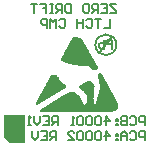
<source format=gbo>
G04*
G04 #@! TF.GenerationSoftware,Altium Limited,Altium Designer,20.2.6 (244)*
G04*
G04 Layer_Color=32896*
%FSLAX25Y25*%
%MOIN*%
G70*
G04*
G04 #@! TF.SameCoordinates,57C3D2B1-0C05-4810-AB6C-AC3BEF56B978*
G04*
G04*
G04 #@! TF.FilePolarity,Positive*
G04*
G01*
G75*
%ADD11C,0.00500*%
%ADD31C,0.00100*%
G36*
X696760Y843326D02*
X691729D01*
X689798Y845370D01*
X689760Y852705D01*
X696760Y852705D01*
X696760Y843326D01*
D02*
G37*
D11*
X727360Y876226D02*
G03*
X727360Y876226I-3500J0D01*
G01*
X721602Y873631D02*
X725926Y878826D01*
X725260Y884825D02*
Y881826D01*
X723261D01*
X722261Y884825D02*
X720262D01*
X721261D01*
Y881826D01*
X717263Y884325D02*
X717762Y884825D01*
X718762D01*
X719262Y884325D01*
Y882326D01*
X718762Y881826D01*
X717762D01*
X717263Y882326D01*
X716263Y884825D02*
Y881826D01*
Y883325D01*
X714264D01*
Y884825D01*
Y881826D01*
X708265Y884325D02*
X708765Y884825D01*
X709765D01*
X710265Y884325D01*
Y882326D01*
X709765Y881826D01*
X708765D01*
X708265Y882326D01*
X707266Y881826D02*
Y884825D01*
X706266Y883825D01*
X705267Y884825D01*
Y881826D01*
X704267D02*
Y884825D01*
X702767D01*
X702267Y884325D01*
Y883325D01*
X702767Y882825D01*
X704267D01*
X727260Y889825D02*
X725261D01*
Y889325D01*
X727260Y887326D01*
Y886826D01*
X725261D01*
X722262Y889825D02*
X724261D01*
Y886826D01*
X722262D01*
X724261Y888325D02*
X723261D01*
X721262Y886826D02*
Y889825D01*
X719762D01*
X719263Y889325D01*
Y888325D01*
X719762Y887825D01*
X721262D01*
X720262D02*
X719263Y886826D01*
X716763Y889825D02*
X717763D01*
X718263Y889325D01*
Y887326D01*
X717763Y886826D01*
X716763D01*
X716264Y887326D01*
Y889325D01*
X716763Y889825D01*
X712265D02*
Y886826D01*
X710765D01*
X710265Y887326D01*
Y889325D01*
X710765Y889825D01*
X712265D01*
X709266Y886826D02*
Y889825D01*
X707766D01*
X707267Y889325D01*
Y888325D01*
X707766Y887825D01*
X709266D01*
X708266D02*
X707267Y886826D01*
X706267Y889825D02*
X705267D01*
X705767D01*
Y886826D01*
X706267D01*
X705267D01*
X701768Y889825D02*
X703768D01*
Y888325D01*
X702768D01*
X703768D01*
Y886826D01*
X700769Y889825D02*
X698769D01*
X699769D01*
Y886826D01*
X725898Y876335D02*
X724612D01*
X724184Y876478D01*
X724041Y876621D01*
X723898Y876906D01*
Y877335D01*
X724041Y877621D01*
X724184Y877763D01*
X724612Y877906D01*
X725898D01*
Y874907D01*
X723227Y877906D02*
Y874907D01*
Y876478D02*
X722941Y876764D01*
X722656Y876906D01*
X722227D01*
X721942Y876764D01*
X721656Y876478D01*
X721513Y876049D01*
Y875764D01*
X721656Y875335D01*
X721942Y875050D01*
X722227Y874907D01*
X722656D01*
X722941Y875050D01*
X723227Y875335D01*
X736760Y849326D02*
Y852325D01*
X735260D01*
X734761Y851825D01*
Y850825D01*
X735260Y850325D01*
X736760D01*
X731762Y851825D02*
X732261Y852325D01*
X733261D01*
X733761Y851825D01*
Y849826D01*
X733261Y849326D01*
X732261D01*
X731762Y849826D01*
X730762Y852325D02*
Y849326D01*
X729262D01*
X728763Y849826D01*
Y850325D01*
X729262Y850825D01*
X730762D01*
X729262D01*
X728763Y851325D01*
Y851825D01*
X729262Y852325D01*
X730762D01*
X727763Y851325D02*
X727263D01*
Y850825D01*
X727763D01*
Y851325D01*
Y849826D02*
X727263D01*
Y849326D01*
X727763D01*
Y849826D01*
X723764Y849326D02*
Y852325D01*
X725264Y850825D01*
X723264D01*
X722265Y851825D02*
X721765Y852325D01*
X720765D01*
X720265Y851825D01*
Y849826D01*
X720765Y849326D01*
X721765D01*
X722265Y849826D01*
Y851825D01*
X719266D02*
X718766Y852325D01*
X717766D01*
X717266Y851825D01*
Y849826D01*
X717766Y849326D01*
X718766D01*
X719266Y849826D01*
Y851825D01*
X716267D02*
X715767Y852325D01*
X714767D01*
X714267Y851825D01*
Y849826D01*
X714767Y849326D01*
X715767D01*
X716267Y849826D01*
Y851825D01*
X713268Y849326D02*
X712268D01*
X712768D01*
Y852325D01*
X713268Y851825D01*
X707769Y849326D02*
Y852325D01*
X706270D01*
X705770Y851825D01*
Y850825D01*
X706270Y850325D01*
X707769D01*
X706770D02*
X705770Y849326D01*
X702771Y852325D02*
X704770D01*
Y849326D01*
X702771D01*
X704770Y850825D02*
X703771D01*
X701771Y852325D02*
Y850325D01*
X700772Y849326D01*
X699772Y850325D01*
Y852325D01*
X698772Y849326D02*
X697773D01*
X698273D01*
Y852325D01*
X698772Y851825D01*
X736760Y844326D02*
Y847325D01*
X735260D01*
X734761Y846825D01*
Y845825D01*
X735260Y845325D01*
X736760D01*
X731762Y846825D02*
X732261Y847325D01*
X733261D01*
X733761Y846825D01*
Y844826D01*
X733261Y844326D01*
X732261D01*
X731762Y844826D01*
X730762Y844326D02*
Y846325D01*
X729762Y847325D01*
X728763Y846325D01*
Y844326D01*
Y845825D01*
X730762D01*
X727763Y846325D02*
X727263D01*
Y845825D01*
X727763D01*
Y846325D01*
Y844826D02*
X727263D01*
Y844326D01*
X727763D01*
Y844826D01*
X723764Y844326D02*
Y847325D01*
X725264Y845825D01*
X723264D01*
X722265Y846825D02*
X721765Y847325D01*
X720765D01*
X720265Y846825D01*
Y844826D01*
X720765Y844326D01*
X721765D01*
X722265Y844826D01*
Y846825D01*
X719266D02*
X718766Y847325D01*
X717766D01*
X717266Y846825D01*
Y844826D01*
X717766Y844326D01*
X718766D01*
X719266Y844826D01*
Y846825D01*
X716267D02*
X715767Y847325D01*
X714767D01*
X714267Y846825D01*
Y844826D01*
X714767Y844326D01*
X715767D01*
X716267Y844826D01*
Y846825D01*
X711268Y844326D02*
X713268D01*
X711268Y846325D01*
Y846825D01*
X711768Y847325D01*
X712768D01*
X713268Y846825D01*
X707269Y844326D02*
Y847325D01*
X705770D01*
X705270Y846825D01*
Y845825D01*
X705770Y845325D01*
X707269D01*
X706270D02*
X705270Y844326D01*
X702271Y847325D02*
X704271D01*
Y844326D01*
X702271D01*
X704271Y845825D02*
X703271D01*
X701271Y847325D02*
Y845325D01*
X700272Y844326D01*
X699272Y845325D01*
Y847325D01*
D31*
X701860Y859326D02*
X705460D01*
X701860Y859226D02*
X705260D01*
X701760Y859126D02*
X705160D01*
X701660Y859026D02*
X704960D01*
X701660Y858926D02*
X704760D01*
X701560Y858826D02*
X704660D01*
X701560Y858726D02*
X704460D01*
X701460Y858626D02*
X704260D01*
X701460Y858526D02*
X704160D01*
X701360Y858426D02*
X703960D01*
X701260Y858326D02*
X703860D01*
X701260Y858226D02*
X703560D01*
X701160Y858126D02*
X703460D01*
X701160Y858026D02*
X703260D01*
X701060Y857926D02*
X703160D01*
X701060Y857826D02*
X702960D01*
X700960Y857726D02*
X702860D01*
X700860Y857626D02*
X702660D01*
X700860Y857526D02*
X702460D01*
X700760Y857426D02*
X702260D01*
X700760Y857326D02*
X702160D01*
X700760Y857226D02*
X701960D01*
X700660Y857126D02*
X701760D01*
X700560Y857026D02*
X701660D01*
X700460Y856926D02*
X701460D01*
X700460Y856826D02*
X701260D01*
X700460Y856726D02*
X701160D01*
X700460Y856626D02*
X701060D01*
X700660Y856526D02*
X700760D01*
X702460Y860326D02*
X707060D01*
X702360Y860226D02*
X706960D01*
X702260Y860126D02*
X706760D01*
X702260Y860026D02*
X706660D01*
X702160Y859926D02*
X706460D01*
X702160Y859826D02*
X706360D01*
X702060Y859726D02*
X706060D01*
X701960Y859626D02*
X705860D01*
X701960Y859526D02*
X705760D01*
X701860Y859426D02*
X705660D01*
X705860Y866226D02*
X706760D01*
X705660Y866126D02*
X707060D01*
X711760Y860526D02*
X712860D01*
X711560Y860426D02*
X713060D01*
X711460Y860326D02*
X713160D01*
X711160Y860226D02*
X713460D01*
X710960Y860126D02*
X713560D01*
X710860Y860026D02*
X713660D01*
X710660Y859926D02*
X713860D01*
X710360Y859826D02*
X713960D01*
X710260Y859726D02*
X714060D01*
X710060Y859626D02*
X714160D01*
X709960Y859526D02*
X714260D01*
X709760Y859426D02*
X714360D01*
X709660Y859326D02*
X714460D01*
X709460Y859226D02*
X714560D01*
X709260Y859126D02*
X714660D01*
X709060Y859026D02*
X714760D01*
X708960Y858926D02*
X714860D01*
X708860Y858826D02*
X714860D01*
X708560Y858726D02*
X714960D01*
X708460Y858626D02*
X714960D01*
X708360Y858526D02*
X715060D01*
X708160Y858426D02*
X715060D01*
X712760Y878426D02*
X714960D01*
X713060Y878726D02*
X714360D01*
X712960Y878626D02*
X714560D01*
X712860Y878526D02*
X714760D01*
X715260Y861926D02*
X719560D01*
X715460Y861826D02*
X719560D01*
X715560Y861726D02*
X719560D01*
X715660Y861626D02*
X719560D01*
X715760Y861526D02*
X719560D01*
X715860Y861426D02*
X719560D01*
X715960Y861326D02*
X719560D01*
X716060Y861226D02*
X719560D01*
X716260Y861126D02*
X719660D01*
X716360Y861026D02*
X719660D01*
X716460Y860926D02*
X719660D01*
X716560Y860826D02*
X719660D01*
X716560Y860726D02*
X719660D01*
X716660Y860626D02*
X719660D01*
X716760Y860526D02*
X719660D01*
X716860Y860426D02*
X719660D01*
X716960Y860326D02*
X719660D01*
X717060Y860226D02*
X719660D01*
X717160Y860126D02*
X719660D01*
X717160Y860026D02*
X719560D01*
X717260Y859926D02*
X719560D01*
X717260Y859826D02*
X719560D01*
X717360Y859726D02*
X719560D01*
X717460Y859626D02*
X719560D01*
X717460Y859526D02*
X719560D01*
X717560Y859426D02*
X719560D01*
X717560Y859326D02*
X719560D01*
X717560Y859226D02*
X719460D01*
X717660Y859126D02*
X719460D01*
X717660Y859026D02*
X719460D01*
X717660Y858926D02*
X719460D01*
X717660Y858826D02*
X719460D01*
X717660Y858726D02*
X719360D01*
X717660Y858626D02*
X719360D01*
X717660Y858526D02*
X719360D01*
X717660Y858426D02*
X719360D01*
X717660Y858326D02*
X719360D01*
X717660Y858226D02*
X719360D01*
X717660Y858126D02*
X719360D01*
X717660Y858026D02*
X719460D01*
X717560Y857926D02*
X719460D01*
X717560Y857826D02*
X719460D01*
X717560Y857726D02*
X719460D01*
X717560Y857626D02*
X719460D01*
X717560Y857526D02*
X719460D01*
X717560Y857426D02*
X719460D01*
X717560Y857326D02*
X719460D01*
X717460Y857226D02*
X719460D01*
X717460Y857126D02*
X719460D01*
X717460Y857026D02*
X719460D01*
X717360Y856926D02*
X719560D01*
X717360Y856826D02*
X719560D01*
X717360Y856726D02*
X719560D01*
X717260Y856626D02*
X719560D01*
X717260Y856526D02*
X719660D01*
X717160Y856426D02*
X719660D01*
X715360Y862726D02*
X719660D01*
X715860Y869426D02*
X720560D01*
X718160Y869326D02*
X720660D01*
X718260Y869226D02*
X720660D01*
X718360Y869126D02*
X720760D01*
X718560Y869026D02*
X720760D01*
X718660Y868926D02*
X720860D01*
X718760Y868826D02*
X720960D01*
X718860Y868726D02*
X720960D01*
X718960Y868626D02*
X720960D01*
X719060Y868526D02*
X720960D01*
X719160Y868426D02*
X720960D01*
X719260Y868326D02*
X720760D01*
X719360Y868226D02*
X720460D01*
X719460Y868126D02*
X720260D01*
X719660Y868026D02*
X719960D01*
X717760Y864226D02*
X718460D01*
X717560Y864126D02*
X718560D01*
X717460Y864026D02*
X718660D01*
X717260Y863926D02*
X718760D01*
X717160Y863826D02*
X718860D01*
X716960Y863726D02*
X718860D01*
X716860Y863626D02*
X718960D01*
X716760Y863526D02*
X719060D01*
X716460Y863426D02*
X719160D01*
X716260Y863326D02*
X719260D01*
X716160Y863226D02*
X719360D01*
X716060Y863126D02*
X719460D01*
X715860Y863026D02*
X719560D01*
X715660Y862926D02*
X719560D01*
X721460Y866726D02*
X721960D01*
X721360Y866626D02*
X722060D01*
X721260Y866526D02*
X722160D01*
X721260Y866426D02*
X722260D01*
X721160Y866326D02*
X722360D01*
X721160Y866226D02*
X722360D01*
X721160Y866126D02*
X722360D01*
X721160Y866026D02*
X722460D01*
X721160Y865926D02*
X722460D01*
X721160Y865826D02*
X722560D01*
X721260Y865726D02*
X722660D01*
X721260Y865626D02*
X722660D01*
X721260Y865526D02*
X722760D01*
X721260Y865426D02*
X722760D01*
X721360Y865326D02*
X722860D01*
X721360Y865226D02*
X722860D01*
X721360Y865126D02*
X722960D01*
X721460Y865026D02*
X723060D01*
X721460Y864926D02*
X723060D01*
X713160Y878826D02*
X714160D01*
X715560Y862826D02*
X719660D01*
X721960Y862426D02*
X724460D01*
X721960Y862326D02*
X724460D01*
X721960Y862226D02*
X724560D01*
X721860Y862126D02*
X724560D01*
X721860Y862026D02*
X724660D01*
X721860Y861926D02*
X724760D01*
X721860Y861826D02*
X724760D01*
X721860Y861726D02*
X724860D01*
X721760Y861626D02*
X724860D01*
X721760Y861526D02*
X724960D01*
X721760Y861426D02*
X724960D01*
X721760Y861326D02*
X725060D01*
X721960Y862726D02*
X724260D01*
X721960Y862626D02*
X724360D01*
X715060Y862426D02*
X719760D01*
X715060Y862326D02*
X719660D01*
X715060Y862226D02*
X719660D01*
X715060Y862126D02*
X719560D01*
X715160Y862026D02*
X719560D01*
X715160Y862626D02*
X719660D01*
X721960Y862526D02*
X724460D01*
X715060D02*
X719760D01*
X703560Y862426D02*
X710360D01*
X703560Y862326D02*
X710260D01*
X703460Y862226D02*
X710160D01*
X703360Y862126D02*
X710060D01*
X703360Y862026D02*
X709960D01*
X703260Y861926D02*
X709760D01*
X703260Y861826D02*
X709560D01*
X703260Y861726D02*
X709360D01*
X721660Y861226D02*
X725160D01*
X721660Y861126D02*
X725160D01*
X721660Y861026D02*
X725260D01*
X721560Y860926D02*
X725260D01*
X721560Y860826D02*
X725260D01*
X721560Y860726D02*
X725360D01*
X721560Y860626D02*
X725460D01*
X721560Y860526D02*
X725460D01*
X721560Y860426D02*
X725560D01*
X721460Y860326D02*
X725560D01*
X721460Y860226D02*
X725660D01*
X721460Y860126D02*
X725660D01*
X721460Y860026D02*
X725760D01*
X721360Y859926D02*
X725860D01*
X721360Y859826D02*
X725860D01*
X721260Y859726D02*
X725960D01*
X721260Y859626D02*
X725960D01*
X721260Y859526D02*
X726060D01*
X721260Y859426D02*
X726060D01*
X721160Y859326D02*
X726160D01*
X721160Y859226D02*
X726260D01*
X721160Y859126D02*
X726260D01*
X721160Y859026D02*
X726260D01*
X721160Y858926D02*
X726360D01*
X721060Y858826D02*
X726360D01*
X721060Y858726D02*
X726460D01*
X721060Y858626D02*
X726560D01*
X720960Y858526D02*
X726660D01*
X720960Y858426D02*
X726660D01*
X707960Y858326D02*
X715160D01*
X720960D02*
X726660D01*
X707860Y858226D02*
X715260D01*
X720860D02*
X726760D01*
X707660Y858126D02*
X715260D01*
X720860D02*
X726760D01*
X707460Y858026D02*
X715360D01*
X720860D02*
X726860D01*
X707360Y857926D02*
X715360D01*
X720860D02*
X726960D01*
X707260Y857826D02*
X715460D01*
X720760D02*
X726960D01*
X707060Y857726D02*
X715460D01*
X720760D02*
X727060D01*
X706860Y857626D02*
X715560D01*
X720760D02*
X727060D01*
X706760Y857526D02*
X715560D01*
X720660D02*
X727160D01*
X706460Y857426D02*
X715560D01*
X720660D02*
X727160D01*
X706360Y857326D02*
X715660D01*
X720560D02*
X727260D01*
X706260Y857226D02*
X715660D01*
X720560D02*
X727360D01*
X706060Y857126D02*
X715760D01*
X720560D02*
X727360D01*
X705860Y857026D02*
X715760D01*
X720560D02*
X727360D01*
X705660Y856926D02*
X715860D01*
X720460D02*
X727460D01*
X705560Y856826D02*
X715960D01*
X720460D02*
X727460D01*
X705360Y856726D02*
X715960D01*
X720460D02*
X727560D01*
X705260Y856626D02*
X716060D01*
X720460D02*
X727560D01*
X705060Y856526D02*
X716060D01*
X720360D02*
X727560D01*
X704960Y856426D02*
X716160D01*
X720260D02*
X727560D01*
X704760Y856326D02*
X716260D01*
X717060D02*
X727560D01*
X704560Y856226D02*
X716360D01*
X716760D02*
X727560D01*
X704460Y856126D02*
X727560D01*
X704260Y856026D02*
X727560D01*
X704060Y855926D02*
X727560D01*
X703960Y855826D02*
X727560D01*
X703860Y855726D02*
X727560D01*
X703560Y855626D02*
X727560D01*
X703460Y855526D02*
X727560D01*
X703260Y855426D02*
X727560D01*
X703760Y862726D02*
X710160D01*
X703660Y862626D02*
X710260D01*
X703660Y862526D02*
X710360D01*
X721760Y863526D02*
X723860D01*
X721760Y863426D02*
X723860D01*
X721760Y863326D02*
X723960D01*
X721860Y863226D02*
X724060D01*
X721860Y863126D02*
X724060D01*
X721860Y863026D02*
X724160D01*
X721860Y862926D02*
X724160D01*
X713760Y869726D02*
X720360D01*
X714560Y869626D02*
X720460D01*
X715060Y869526D02*
X720460D01*
X710760Y870426D02*
X719960D01*
X711060Y870326D02*
X719960D01*
X711260Y870226D02*
X720060D01*
X711560Y870126D02*
X720160D01*
X712160Y870026D02*
X720260D01*
X712460Y869926D02*
X720260D01*
X712860Y869826D02*
X720360D01*
X705560Y866026D02*
X707160D01*
X705460Y865926D02*
X707260D01*
X705460Y865826D02*
X707360D01*
X705360Y865726D02*
X707360D01*
X705360Y865626D02*
X707460D01*
X705260Y865526D02*
X707560D01*
X705260Y865426D02*
X707660D01*
X705160Y865326D02*
X707760D01*
X705060Y865226D02*
X707760D01*
X705060Y865126D02*
X707860D01*
X705060Y865026D02*
X707860D01*
X704960Y864926D02*
X707960D01*
X704860Y864826D02*
X708060D01*
X721460D02*
X723160D01*
X704860Y864726D02*
X708060D01*
X721560D02*
X723160D01*
X704760Y864626D02*
X708160D01*
X721560D02*
X723160D01*
X704760Y864526D02*
X708160D01*
X721560D02*
X723260D01*
X704660Y864426D02*
X708260D01*
X721560D02*
X723360D01*
X704660Y864326D02*
X708360D01*
X721560D02*
X723360D01*
X704560Y864226D02*
X708360D01*
X721560D02*
X723460D01*
X704460Y864126D02*
X708460D01*
X721660D02*
X723460D01*
X704460Y864026D02*
X708560D01*
X721660D02*
X723560D01*
X704360Y863926D02*
X708560D01*
X721660D02*
X723560D01*
X704360Y863826D02*
X708760D01*
X721660D02*
X723660D01*
X704260Y863726D02*
X708760D01*
X721660D02*
X723760D01*
X704260Y863626D02*
X708860D01*
X721660D02*
X723760D01*
X704160Y863526D02*
X708960D01*
X704060Y863426D02*
X709160D01*
X704060Y863326D02*
X709260D01*
X704060Y863226D02*
X709360D01*
X703960Y863126D02*
X709560D01*
X703960Y863026D02*
X709760D01*
X703860Y862926D02*
X709860D01*
X709960Y870726D02*
X719760D01*
X710160Y870626D02*
X719860D01*
X710360Y870526D02*
X719960D01*
X712660Y878326D02*
X715160D01*
X712560Y878226D02*
X715260D01*
X712460Y878126D02*
X715360D01*
X712460Y878026D02*
X715560D01*
X712360Y877926D02*
X715560D01*
X712260Y877826D02*
X715660D01*
X712160Y877726D02*
X715760D01*
X712160Y877626D02*
X715760D01*
X712060Y877526D02*
X715860D01*
X712060Y877426D02*
X715960D01*
X711960Y877326D02*
X715960D01*
X711860Y877226D02*
X716060D01*
X711860Y877126D02*
X716060D01*
X711760Y877026D02*
X716160D01*
X711760Y876926D02*
X716160D01*
X711660Y876826D02*
X716260D01*
X711660Y876726D02*
X716360D01*
X711560Y876626D02*
X716360D01*
X711560Y876526D02*
X716460D01*
X711460Y876426D02*
X716460D01*
X711460Y876326D02*
X716560D01*
X711360Y876226D02*
X716660D01*
X711360Y876126D02*
X716660D01*
X711260Y876026D02*
X716760D01*
X711260Y875926D02*
X716760D01*
X711160Y875826D02*
X716860D01*
X711160Y875726D02*
X716860D01*
X711060Y875626D02*
X716960D01*
X711060Y875526D02*
X717060D01*
X710960Y875426D02*
X717060D01*
X710960Y875326D02*
X717160D01*
X710860Y875226D02*
X717160D01*
X710860Y875126D02*
X717260D01*
X710760Y875026D02*
X717260D01*
X710760Y874926D02*
X717360D01*
X710660Y874826D02*
X717460D01*
X710660Y874726D02*
X717460D01*
X710560Y874626D02*
X717560D01*
X710460Y874526D02*
X717560D01*
X710460Y874426D02*
X717660D01*
X710360Y874326D02*
X717760D01*
X710360Y874226D02*
X717760D01*
X710260Y874126D02*
X717860D01*
X710260Y874026D02*
X717860D01*
X710260Y873926D02*
X717960D01*
X710160Y873826D02*
X717960D01*
X710060Y873726D02*
X718060D01*
X710060Y873626D02*
X718160D01*
X709960Y873526D02*
X718160D01*
X709960Y873426D02*
X718260D01*
X709860Y873326D02*
X718260D01*
X709860Y873226D02*
X718360D01*
X709760Y873126D02*
X718460D01*
X709660Y872926D02*
X718460D01*
X709660Y872826D02*
X718560D01*
X709560Y872726D02*
X718660D01*
X709560Y872626D02*
X718660D01*
X709460Y872526D02*
X718760D01*
X709460Y872426D02*
X718860D01*
X709360Y872326D02*
X718860D01*
X709360Y872226D02*
X718960D01*
X709260Y872126D02*
X718960D01*
X709260Y872026D02*
X719060D01*
X709160Y871926D02*
X719060D01*
X709060Y871826D02*
X719160D01*
X709060Y871726D02*
X719260D01*
X708960Y871626D02*
X719260D01*
X708960Y871526D02*
X719360D01*
X708960Y871426D02*
X719360D01*
X708960Y871326D02*
X719460D01*
X709060Y871226D02*
X719560D01*
X709260Y871126D02*
X719560D01*
X709360Y871026D02*
X719660D01*
X709560Y870926D02*
X719660D01*
X709760Y873026D02*
X718460D01*
X721960Y862826D02*
X724160D01*
X703760D02*
X709960D01*
X709660Y870826D02*
X719760D01*
X703160Y861626D02*
X709260D01*
X703060Y861526D02*
X709160D01*
X702960Y861426D02*
X708960D01*
X702960Y861326D02*
X708860D01*
X702960Y861226D02*
X708660D01*
X702860Y861126D02*
X708460D01*
X702860Y861026D02*
X708260D01*
X702760Y860926D02*
X708160D01*
X702660Y860826D02*
X707960D01*
X702660Y860726D02*
X707760D01*
X702560Y860626D02*
X707660D01*
X702560Y860526D02*
X707460D01*
X702460Y860426D02*
X707260D01*
X701860Y854426D02*
X726260D01*
X701860Y854326D02*
X725960D01*
X701860Y854226D02*
X725760D01*
X702160Y854726D02*
X726860D01*
X702060Y854626D02*
X726760D01*
X701960Y854526D02*
X726560D01*
X703160Y855326D02*
X727460D01*
X702960Y855226D02*
X727460D01*
X702760Y855126D02*
X727360D01*
X702660Y855026D02*
X727360D01*
X702560Y854926D02*
X727260D01*
X702260Y854826D02*
X727160D01*
M02*

</source>
